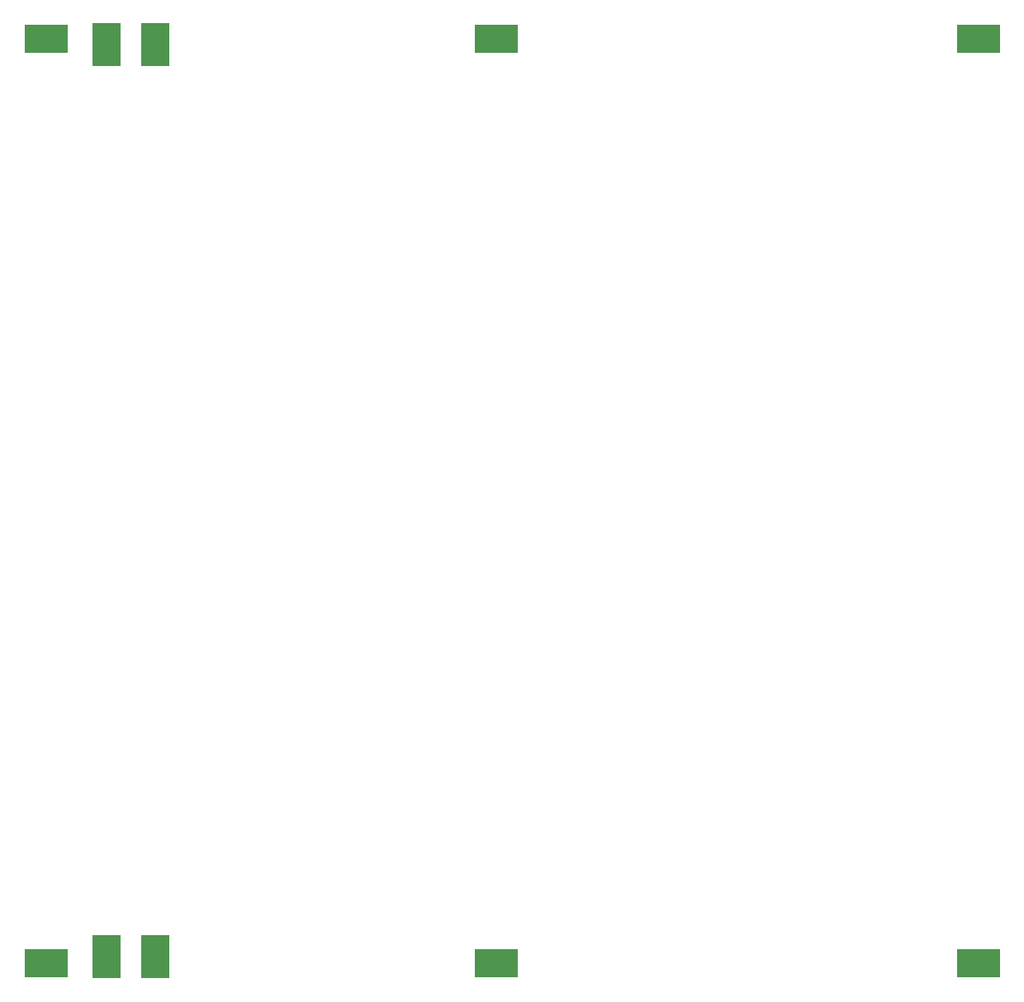
<source format=gbp>
G04 #@! TF.GenerationSoftware,KiCad,Pcbnew,(5.1.8)-1*
G04 #@! TF.CreationDate,2023-02-02T03:17:37+01:00*
G04 #@! TF.ProjectId,BulkyMIDI-32 Internal,42756c6b-794d-4494-9449-2d333220496e,rev?*
G04 #@! TF.SameCoordinates,Original*
G04 #@! TF.FileFunction,Paste,Bot*
G04 #@! TF.FilePolarity,Positive*
%FSLAX46Y46*%
G04 Gerber Fmt 4.6, Leading zero omitted, Abs format (unit mm)*
G04 Created by KiCad (PCBNEW (5.1.8)-1) date 2023-02-02 03:17:37*
%MOMM*%
%LPD*%
G01*
G04 APERTURE LIST*
%ADD10R,3.000000X4.400000*%
%ADD11R,4.400000X3.000000*%
G04 APERTURE END LIST*
D10*
X110000400Y-54284400D03*
D11*
X150000000Y-53624000D03*
D10*
X115004200Y-147807200D03*
X110000400Y-147807200D03*
D11*
X103802800Y-148493000D03*
D10*
X115004200Y-54284400D03*
D11*
X199408400Y-53624000D03*
X199408400Y-148493000D03*
X150000000Y-148493000D03*
X103802800Y-53624000D03*
M02*

</source>
